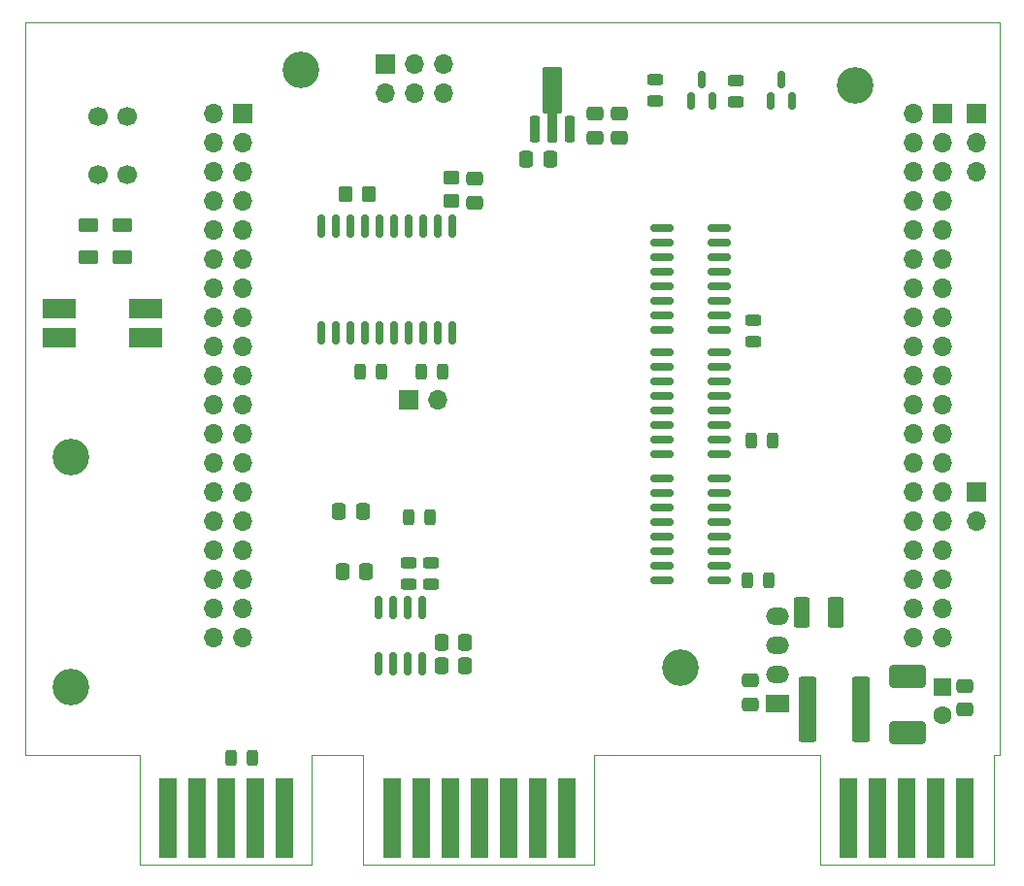
<source format=gbr>
%TF.GenerationSoftware,KiCad,Pcbnew,7.0.9*%
%TF.CreationDate,2024-06-26T15:19:18+03:00*%
%TF.ProjectId,_____ _________ ___________,1f3b3042-3020-43e4-913d-3e323d3e333e,rev?*%
%TF.SameCoordinates,Original*%
%TF.FileFunction,Soldermask,Top*%
%TF.FilePolarity,Negative*%
%FSLAX46Y46*%
G04 Gerber Fmt 4.6, Leading zero omitted, Abs format (unit mm)*
G04 Created by KiCad (PCBNEW 7.0.9) date 2024-06-26 15:19:18*
%MOMM*%
%LPD*%
G01*
G04 APERTURE LIST*
G04 Aperture macros list*
%AMRoundRect*
0 Rectangle with rounded corners*
0 $1 Rounding radius*
0 $2 $3 $4 $5 $6 $7 $8 $9 X,Y pos of 4 corners*
0 Add a 4 corners polygon primitive as box body*
4,1,4,$2,$3,$4,$5,$6,$7,$8,$9,$2,$3,0*
0 Add four circle primitives for the rounded corners*
1,1,$1+$1,$2,$3*
1,1,$1+$1,$4,$5*
1,1,$1+$1,$6,$7*
1,1,$1+$1,$8,$9*
0 Add four rect primitives between the rounded corners*
20,1,$1+$1,$2,$3,$4,$5,0*
20,1,$1+$1,$4,$5,$6,$7,0*
20,1,$1+$1,$6,$7,$8,$9,0*
20,1,$1+$1,$8,$9,$2,$3,0*%
G04 Aperture macros list end*
%ADD10RoundRect,0.243750X0.456250X-0.243750X0.456250X0.243750X-0.456250X0.243750X-0.456250X-0.243750X0*%
%ADD11C,3.200000*%
%ADD12R,1.524000X7.000000*%
%ADD13RoundRect,0.250000X0.337500X0.475000X-0.337500X0.475000X-0.337500X-0.475000X0.337500X-0.475000X0*%
%ADD14RoundRect,0.243750X-0.243750X-0.456250X0.243750X-0.456250X0.243750X0.456250X-0.243750X0.456250X0*%
%ADD15RoundRect,0.150000X0.150000X-0.587500X0.150000X0.587500X-0.150000X0.587500X-0.150000X-0.587500X0*%
%ADD16RoundRect,0.250000X-0.475000X0.337500X-0.475000X-0.337500X0.475000X-0.337500X0.475000X0.337500X0*%
%ADD17RoundRect,0.243750X0.243750X0.456250X-0.243750X0.456250X-0.243750X-0.456250X0.243750X-0.456250X0*%
%ADD18RoundRect,0.250000X0.550000X2.600000X-0.550000X2.600000X-0.550000X-2.600000X0.550000X-2.600000X0*%
%ADD19RoundRect,0.225000X0.225000X-0.925000X0.225000X0.925000X-0.225000X0.925000X-0.225000X-0.925000X0*%
%ADD20RoundRect,0.225000X0.225000X-1.125000X0.225000X1.125000X-0.225000X1.125000X-0.225000X-1.125000X0*%
%ADD21RoundRect,0.250000X0.616500X-1.812500X0.616500X1.812500X-0.616500X1.812500X-0.616500X-1.812500X0*%
%ADD22RoundRect,0.250000X-0.350000X-0.450000X0.350000X-0.450000X0.350000X0.450000X-0.350000X0.450000X0*%
%ADD23R,1.700000X1.700000*%
%ADD24O,1.700000X1.700000*%
%ADD25RoundRect,0.243750X-0.456250X0.243750X-0.456250X-0.243750X0.456250X-0.243750X0.456250X0.243750X0*%
%ADD26RoundRect,0.150000X-0.825000X-0.150000X0.825000X-0.150000X0.825000X0.150000X-0.825000X0.150000X0*%
%ADD27RoundRect,0.250001X-0.462499X-1.074999X0.462499X-1.074999X0.462499X1.074999X-0.462499X1.074999X0*%
%ADD28R,3.000000X1.800000*%
%ADD29RoundRect,0.150000X-0.150000X0.875000X-0.150000X-0.875000X0.150000X-0.875000X0.150000X0.875000X0*%
%ADD30RoundRect,0.250000X-0.625000X0.375000X-0.625000X-0.375000X0.625000X-0.375000X0.625000X0.375000X0*%
%ADD31RoundRect,0.250000X0.625000X-0.375000X0.625000X0.375000X-0.625000X0.375000X-0.625000X-0.375000X0*%
%ADD32C,1.700000*%
%ADD33RoundRect,0.150000X-0.150000X0.825000X-0.150000X-0.825000X0.150000X-0.825000X0.150000X0.825000X0*%
%ADD34RoundRect,0.250000X-0.450000X0.350000X-0.450000X-0.350000X0.450000X-0.350000X0.450000X0.350000X0*%
%ADD35RoundRect,0.250000X1.325000X-0.730000X1.325000X0.730000X-1.325000X0.730000X-1.325000X-0.730000X0*%
%ADD36R,2.000000X1.500000*%
%ADD37O,2.000000X1.500000*%
%ADD38R,1.600000X1.600000*%
%ADD39C,1.600000*%
%TA.AperFunction,Profile*%
%ADD40C,0.100000*%
%TD*%
G04 APERTURE END LIST*
D10*
%TO.C,R2*%
X125450000Y-85050000D03*
X125450000Y-83175000D03*
%TD*%
D11*
%TO.C,H5*%
X162400000Y-41500000D03*
%TD*%
D12*
%TO.C,RS1*%
X102440000Y-105500000D03*
X104980000Y-105500000D03*
X107520000Y-105500000D03*
X110060000Y-105500000D03*
X112600000Y-105500000D03*
X112600000Y-105500000D03*
X110060000Y-105500000D03*
X107520000Y-105500000D03*
X104980000Y-105500000D03*
X102440000Y-105500000D03*
%TD*%
D11*
%TO.C,H3*%
X147200000Y-92300000D03*
%TD*%
D13*
%TO.C,C9*%
X119450000Y-78675000D03*
X117375000Y-78675000D03*
%TD*%
D14*
%TO.C,R5*%
X123450000Y-79175000D03*
X125325000Y-79175000D03*
%TD*%
D15*
%TO.C,Q1*%
X155050000Y-42937500D03*
X156950000Y-42937500D03*
X156000000Y-41062500D03*
%TD*%
D10*
%TO.C,R1*%
X123450000Y-85050000D03*
X123450000Y-83175000D03*
%TD*%
D16*
%TO.C,C11*%
X141800000Y-44000000D03*
X141800000Y-46075000D03*
%TD*%
D17*
%TO.C,R31*%
X109875000Y-100250000D03*
X108000000Y-100250000D03*
%TD*%
%TO.C,R16*%
X154897500Y-84750000D03*
X153022500Y-84750000D03*
%TD*%
D13*
%TO.C,C12*%
X135825000Y-48000000D03*
X133750000Y-48000000D03*
%TD*%
D18*
%TO.C,L2*%
X162950000Y-96000000D03*
X158250000Y-96000000D03*
%TD*%
D19*
%TO.C,IC1*%
X134500000Y-45380000D03*
D20*
X136000000Y-45180000D03*
D21*
X136000000Y-42000000D03*
D19*
X137500000Y-45380000D03*
%TD*%
D22*
%TO.C,R11*%
X118000000Y-51000000D03*
X120000000Y-51000000D03*
%TD*%
D23*
%TO.C,CN9*%
X170000000Y-44000000D03*
D24*
X167460000Y-44000000D03*
X170000000Y-46540000D03*
X167460000Y-46540000D03*
X170000000Y-49080000D03*
X167460000Y-49080000D03*
X170000000Y-51620000D03*
X167460000Y-51620000D03*
X170000000Y-54160000D03*
X167460000Y-54160000D03*
X170000000Y-56700000D03*
X167460000Y-56700000D03*
X170000000Y-59240000D03*
X167460000Y-59240000D03*
X170000000Y-61780000D03*
X167460000Y-61780000D03*
X170000000Y-64320000D03*
X167460000Y-64320000D03*
X170000000Y-66860000D03*
X167460000Y-66860000D03*
X170000000Y-69400000D03*
X167460000Y-69400000D03*
X170000000Y-71940000D03*
X167460000Y-71940000D03*
X170000000Y-74480000D03*
X167460000Y-74480000D03*
X170000000Y-77020000D03*
X167460000Y-77020000D03*
X170000000Y-79560000D03*
X167460000Y-79560000D03*
X170000000Y-82100000D03*
X167460000Y-82100000D03*
X170000000Y-84640000D03*
X167460000Y-84640000D03*
X170000000Y-87180000D03*
X167460000Y-87180000D03*
X170000000Y-89720000D03*
X167460000Y-89720000D03*
%TD*%
D25*
%TO.C,R12*%
X152000000Y-41125000D03*
X152000000Y-43000000D03*
%TD*%
D11*
%TO.C,H4*%
X114100000Y-40200000D03*
%TD*%
D17*
%TO.C,R15*%
X155250000Y-72500000D03*
X153375000Y-72500000D03*
%TD*%
D16*
%TO.C,C4*%
X172000000Y-93925000D03*
X172000000Y-96000000D03*
%TD*%
D15*
%TO.C,Q2*%
X148100000Y-42875000D03*
X150000000Y-42875000D03*
X149050000Y-41000000D03*
%TD*%
D16*
%TO.C,C6*%
X153250000Y-93462500D03*
X153250000Y-95537500D03*
%TD*%
D26*
%TO.C,U7*%
X145572500Y-64860000D03*
X145572500Y-66130000D03*
X145572500Y-67400000D03*
X145572500Y-68670000D03*
X145572500Y-69940000D03*
X145572500Y-71210000D03*
X145572500Y-72480000D03*
X145572500Y-73750000D03*
X150522500Y-73750000D03*
X150522500Y-72480000D03*
X150522500Y-71210000D03*
X150522500Y-69940000D03*
X150522500Y-68670000D03*
X150522500Y-67400000D03*
X150522500Y-66130000D03*
X150522500Y-64860000D03*
%TD*%
D13*
%TO.C,C8*%
X119750000Y-84000000D03*
X117675000Y-84000000D03*
%TD*%
D26*
%TO.C,U8*%
X145572500Y-75860000D03*
X145572500Y-77130000D03*
X145572500Y-78400000D03*
X145572500Y-79670000D03*
X145572500Y-80940000D03*
X145572500Y-82210000D03*
X145572500Y-83480000D03*
X145572500Y-84750000D03*
X150522500Y-84750000D03*
X150522500Y-83480000D03*
X150522500Y-82210000D03*
X150522500Y-80940000D03*
X150522500Y-79670000D03*
X150522500Y-78400000D03*
X150522500Y-77130000D03*
X150522500Y-75860000D03*
%TD*%
D10*
%TO.C,R13*%
X145000000Y-42875000D03*
X145000000Y-41000000D03*
%TD*%
D11*
%TO.C,H1*%
X94000000Y-94000000D03*
%TD*%
D27*
%TO.C,C3*%
X157775000Y-87500000D03*
X160750000Y-87500000D03*
%TD*%
D10*
%TO.C,R14*%
X153500000Y-63875000D03*
X153500000Y-62000000D03*
%TD*%
D14*
%TO.C,R10*%
X119200000Y-66500000D03*
X121075000Y-66500000D03*
%TD*%
D28*
%TO.C,L1*%
X100500000Y-63540000D03*
X100500000Y-61000000D03*
X93000000Y-61000000D03*
X93000000Y-63540000D03*
%TD*%
D29*
%TO.C,U6*%
X127290000Y-53850000D03*
X126020000Y-53850000D03*
X124750000Y-53850000D03*
X123480000Y-53850000D03*
X122210000Y-53850000D03*
X120940000Y-53850000D03*
X119670000Y-53850000D03*
X118400000Y-53850000D03*
X117130000Y-53850000D03*
X115860000Y-53850000D03*
X115860000Y-63150000D03*
X117130000Y-63150000D03*
X118400000Y-63150000D03*
X119670000Y-63150000D03*
X120940000Y-63150000D03*
X122210000Y-63150000D03*
X123480000Y-63150000D03*
X124750000Y-63150000D03*
X126020000Y-63150000D03*
X127290000Y-63150000D03*
%TD*%
D11*
%TO.C,H2*%
X94000000Y-74000000D03*
%TD*%
D16*
%TO.C,C17*%
X129250000Y-49675000D03*
X129250000Y-51750000D03*
%TD*%
D30*
%TO.C,R18*%
X95500000Y-53700000D03*
X95500000Y-56500000D03*
%TD*%
D31*
%TO.C,R17*%
X98500000Y-56500000D03*
X98500000Y-53700000D03*
%TD*%
D23*
%TO.C,CN7*%
X109020000Y-44010000D03*
D24*
X106480000Y-44010000D03*
X109020000Y-46550000D03*
X106480000Y-46550000D03*
X109020000Y-49090000D03*
X106480000Y-49090000D03*
X109020000Y-51630000D03*
X106480000Y-51630000D03*
X109020000Y-54170000D03*
X106480000Y-54170000D03*
X109020000Y-56710000D03*
X106480000Y-56710000D03*
X109020000Y-59250000D03*
X106480000Y-59250000D03*
X109020000Y-61790000D03*
X106480000Y-61790000D03*
X109020000Y-64330000D03*
X106480000Y-64330000D03*
X109020000Y-66870000D03*
X106480000Y-66870000D03*
X109020000Y-69410000D03*
X106480000Y-69410000D03*
X109020000Y-71950000D03*
X106480000Y-71950000D03*
X109020000Y-74490000D03*
X106480000Y-74490000D03*
X109020000Y-77030000D03*
X106480000Y-77030000D03*
X109020000Y-79570000D03*
X106480000Y-79570000D03*
X109020000Y-82110000D03*
X106480000Y-82110000D03*
X109020000Y-84650000D03*
X106480000Y-84650000D03*
X109020000Y-87190000D03*
X106480000Y-87190000D03*
X109020000Y-89730000D03*
X106480000Y-89730000D03*
%TD*%
D16*
%TO.C,C13*%
X139750000Y-44000000D03*
X139750000Y-46075000D03*
%TD*%
D32*
%TO.C,J1*%
X98916000Y-44222000D03*
X98916000Y-49302000D03*
X96376000Y-44222000D03*
X96376000Y-49302000D03*
%TD*%
D33*
%TO.C,U1*%
X124655000Y-87050000D03*
X123385000Y-87050000D03*
X122115000Y-87050000D03*
X120845000Y-87050000D03*
X120845000Y-92000000D03*
X122115000Y-92000000D03*
X123385000Y-92000000D03*
X124655000Y-92000000D03*
%TD*%
D12*
%TO.C,RS2*%
X161840000Y-105500000D03*
X164380000Y-105500000D03*
X166920000Y-105500000D03*
X169460000Y-105500000D03*
X172000000Y-105500000D03*
X172000000Y-105500000D03*
X169460000Y-105500000D03*
X166920000Y-105500000D03*
X164380000Y-105500000D03*
X161840000Y-105500000D03*
%TD*%
D17*
%TO.C,R4*%
X126450000Y-66500000D03*
X124575000Y-66500000D03*
%TD*%
D13*
%TO.C,C5*%
X128400000Y-92200000D03*
X126325000Y-92200000D03*
%TD*%
D26*
%TO.C,U4*%
X145572500Y-53970000D03*
X145572500Y-55240000D03*
X145572500Y-56510000D03*
X145572500Y-57780000D03*
X145572500Y-59050000D03*
X145572500Y-60320000D03*
X145572500Y-61590000D03*
X145572500Y-62860000D03*
X150522500Y-62860000D03*
X150522500Y-61590000D03*
X150522500Y-60320000D03*
X150522500Y-59050000D03*
X150522500Y-57780000D03*
X150522500Y-56510000D03*
X150522500Y-55240000D03*
X150522500Y-53970000D03*
%TD*%
D34*
%TO.C,C21*%
X127200000Y-49600000D03*
X127200000Y-51600000D03*
%TD*%
D35*
%TO.C,F1*%
X167000000Y-98000000D03*
X167000000Y-93090000D03*
%TD*%
D12*
%TO.C,RS3*%
X122000000Y-105500000D03*
X124540000Y-105500000D03*
X127080000Y-105500000D03*
X129620000Y-105500000D03*
X132160000Y-105500000D03*
X134700000Y-105500000D03*
X137240000Y-105500000D03*
%TD*%
D13*
%TO.C,C1*%
X128400000Y-90150000D03*
X126325000Y-90150000D03*
%TD*%
D23*
%TO.C,J3*%
X173000000Y-44000000D03*
D24*
X173000000Y-46540000D03*
X173000000Y-49080000D03*
%TD*%
D36*
%TO.C,U5*%
X155632500Y-95512500D03*
D37*
X155632500Y-92972500D03*
X155632500Y-90432500D03*
X155632500Y-87892500D03*
%TD*%
D23*
%TO.C,J2*%
X121420000Y-39660000D03*
D24*
X121420000Y-42200000D03*
X123960000Y-39660000D03*
X123960000Y-42200000D03*
X126500000Y-39660000D03*
X126500000Y-42200000D03*
%TD*%
D23*
%TO.C,J5*%
X123460000Y-69000000D03*
D24*
X126000000Y-69000000D03*
%TD*%
D23*
%TO.C,J4*%
X173000000Y-77000000D03*
D24*
X173000000Y-79540000D03*
%TD*%
D38*
%TO.C,C14*%
X170000000Y-94000000D03*
D39*
X170000000Y-96500000D03*
%TD*%
D40*
X175000000Y-100000000D02*
X175000000Y-36000000D01*
X119500000Y-100000000D02*
X119500000Y-109500000D01*
X90000000Y-100000000D02*
X90000000Y-36000000D01*
X175000000Y-36000000D02*
X90000000Y-36000000D01*
X97500000Y-100000000D02*
X90000000Y-100000000D01*
X100000000Y-109500000D02*
X115000000Y-109500000D01*
X115000000Y-100000000D02*
X119500000Y-100000000D01*
X159400000Y-109500000D02*
X174500000Y-109500000D01*
X97500000Y-100000000D02*
X100000000Y-100000000D01*
X174500000Y-100000000D02*
X175000000Y-100000000D01*
X139600000Y-109500000D02*
X139600000Y-100000000D01*
X159400000Y-100000000D02*
X159400000Y-109500000D01*
X139600000Y-100000000D02*
X159400000Y-100000000D01*
X115000000Y-109500000D02*
X115000000Y-100000000D01*
X174500000Y-109500000D02*
X174500000Y-100000000D01*
X100000000Y-100000000D02*
X100000000Y-109500000D01*
X119500000Y-109500000D02*
X139600000Y-109500000D01*
M02*

</source>
